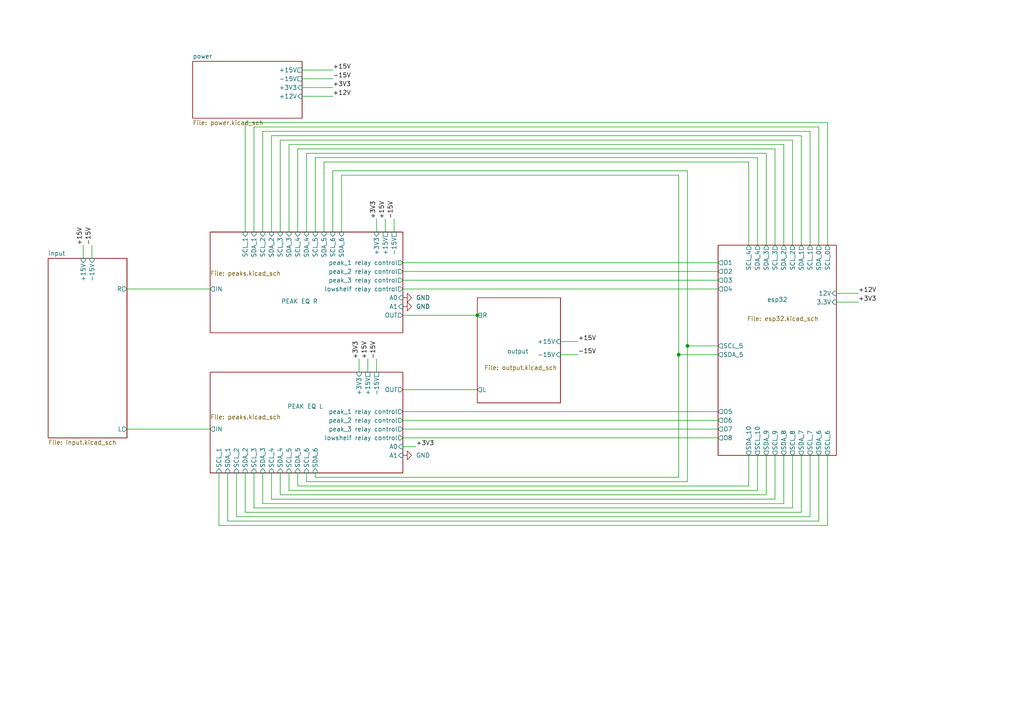
<source format=kicad_sch>
(kicad_sch (version 20250114) (generator "eeschema") (generator_version "9.0")
  (paper "A4")
  (lib_symbols
    (symbol "power:GND" (power) (pin_numbers (hide yes)) (pin_names (offset 0) (hide yes))
      (property "Value" "GND" (at 0 -3.81 0))
      (symbol "GND_0_1"
        (polyline (pts (xy 0 0) (xy 0 -1.27) (xy 1.27 -1.27) (xy 0 -2.54) (xy -1.27 -1.27) (xy 0 -1.27)))
      )
      (symbol "GND_1_1"
        (pin power_in line (at 0 0 270) (length 0) (name "~") (number "1"))
      )
    )
  )
  (junction (at 196.85 102.87))
  (junction (at 199.39 100.33))
  (junction (at 138.43 91.44))
  (wire (pts (xy 88.9 139.7) (xy 199.39 139.7)))
  (wire (pts (xy 88.9 137.16) (xy 88.9 139.7)))
  (wire (pts (xy 93.98 67.31) (xy 93.98 46.99)))
  (wire (pts (xy 91.44 137.16) (xy 91.44 138.43)))
  (wire (pts (xy 116.84 81.28) (xy 208.28 81.28)))
  (wire (pts (xy 87.63 20.32) (xy 96.52 20.32)))
  (wire (pts (xy 116.84 78.74) (xy 208.28 78.74)))
  (wire (pts (xy 109.22 104.14) (xy 109.22 107.95)))
  (wire (pts (xy 66.04 151.13) (xy 237.49 151.13)))
  (wire (pts (xy 199.39 100.33) (xy 199.39 49.53)))
  (wire (pts (xy 86.36 140.97) (xy 217.17 140.97)))
  (wire (pts (xy 162.56 99.06) (xy 167.64 99.06)))
  (wire (pts (xy 219.71 45.72) (xy 219.71 71.12)))
  (wire (pts (xy 68.58 137.16) (xy 68.58 149.86)))
  (wire (pts (xy 81.28 40.64) (xy 229.87 40.64)))
  (wire (pts (xy 86.36 43.18) (xy 224.79 43.18)))
  (wire (pts (xy 83.82 41.91) (xy 227.33 41.91)))
  (wire (pts (xy 116.84 76.2) (xy 208.28 76.2)))
  (wire (pts (xy 109.22 63.5) (xy 109.22 67.31)))
  (wire (pts (xy 91.44 67.31) (xy 91.44 45.72)))
  (wire (pts (xy 81.28 143.51) (xy 81.28 137.16)))
  (wire (pts (xy 81.28 67.31) (xy 81.28 40.64)))
  (wire (pts (xy 73.66 147.32) (xy 73.66 137.16)))
  (wire (pts (xy 73.66 67.31) (xy 73.66 36.83)))
  (wire (pts (xy 66.04 151.13) (xy 66.04 137.16)))
  (wire (pts (xy 222.25 143.51) (xy 222.25 132.08)))
  (wire (pts (xy 224.79 132.08) (xy 224.79 144.78)))
  (wire (pts (xy 88.9 44.45) (xy 222.25 44.45)))
  (wire (pts (xy 24.13 71.12) (xy 24.13 74.93)))
  (wire (pts (xy 217.17 46.99) (xy 217.17 71.12)))
  (wire (pts (xy 229.87 40.64) (xy 229.87 71.12)))
  (wire (pts (xy 240.03 152.4) (xy 240.03 132.08)))
  (wire (pts (xy 242.57 87.63) (xy 248.92 87.63)))
  (wire (pts (xy 76.2 146.05) (xy 76.2 137.16)))
  (wire (pts (xy 99.06 67.31) (xy 99.06 50.8)))
  (wire (pts (xy 83.82 142.24) (xy 219.71 142.24)))
  (wire (pts (xy 232.41 39.37) (xy 232.41 71.12)))
  (wire (pts (xy 96.52 49.53) (xy 199.39 49.53)))
  (wire (pts (xy 87.63 27.94) (xy 96.52 27.94)))
  (wire (pts (xy 93.98 46.99) (xy 217.17 46.99)))
  (wire (pts (xy 237.49 132.08) (xy 237.49 151.13)))
  (wire (pts (xy 87.63 22.86) (xy 96.52 22.86)))
  (wire (pts (xy 36.83 124.46) (xy 60.96 124.46)))
  (wire (pts (xy 83.82 67.31) (xy 83.82 41.91)))
  (wire (pts (xy 63.5 137.16) (xy 63.5 152.4)))
  (wire (pts (xy 78.74 39.37) (xy 232.41 39.37)))
  (wire (pts (xy 116.84 113.03) (xy 138.43 113.03)))
  (wire (pts (xy 208.28 100.33) (xy 199.39 100.33)))
  (wire (pts (xy 106.68 104.14) (xy 106.68 107.95)))
  (wire (pts (xy 36.83 83.82) (xy 60.96 83.82)))
  (wire (pts (xy 114.3 63.5) (xy 114.3 67.31)))
  (wire (pts (xy 116.84 119.38) (xy 208.28 119.38)))
  (wire (pts (xy 78.74 144.78) (xy 78.74 137.16)))
  (wire (pts (xy 227.33 146.05) (xy 227.33 132.08)))
  (wire (pts (xy 162.56 102.87) (xy 167.64 102.87)))
  (wire (pts (xy 196.85 138.43) (xy 196.85 102.87)))
  (wire (pts (xy 71.12 67.31) (xy 71.12 35.56)))
  (wire (pts (xy 227.33 41.91) (xy 227.33 71.12)))
  (wire (pts (xy 234.95 38.1) (xy 234.95 71.12)))
  (wire (pts (xy 116.84 91.44) (xy 138.43 91.44)))
  (wire (pts (xy 71.12 148.59) (xy 232.41 148.59)))
  (wire (pts (xy 91.44 45.72) (xy 219.71 45.72)))
  (wire (pts (xy 196.85 50.8) (xy 196.85 102.87)))
  (wire (pts (xy 96.52 67.31) (xy 96.52 49.53)))
  (wire (pts (xy 219.71 132.08) (xy 219.71 142.24)))
  (wire (pts (xy 116.84 127) (xy 208.28 127)))
  (wire (pts (xy 234.95 149.86) (xy 234.95 132.08)))
  (wire (pts (xy 71.12 148.59) (xy 71.12 137.16)))
  (wire (pts (xy 196.85 102.87) (xy 208.28 102.87)))
  (wire (pts (xy 83.82 142.24) (xy 83.82 137.16)))
  (wire (pts (xy 217.17 140.97) (xy 217.17 132.08)))
  (wire (pts (xy 111.76 63.5) (xy 111.76 67.31)))
  (wire (pts (xy 222.25 44.45) (xy 222.25 71.12)))
  (wire (pts (xy 91.44 138.43) (xy 196.85 138.43)))
  (wire (pts (xy 71.12 35.56) (xy 240.03 35.56)))
  (wire (pts (xy 116.84 83.82) (xy 208.28 83.82)))
  (wire (pts (xy 86.36 67.31) (xy 86.36 43.18)))
  (wire (pts (xy 73.66 36.83) (xy 237.49 36.83)))
  (wire (pts (xy 87.63 25.4) (xy 96.52 25.4)))
  (wire (pts (xy 138.43 91.44) (xy 139.7 91.44)))
  (wire (pts (xy 26.67 71.12) (xy 26.67 74.93)))
  (wire (pts (xy 242.57 85.09) (xy 248.92 85.09)))
  (wire (pts (xy 104.14 104.14) (xy 104.14 107.95)))
  (wire (pts (xy 78.74 67.31) (xy 78.74 39.37)))
  (wire (pts (xy 116.84 124.46) (xy 208.28 124.46)))
  (wire (pts (xy 63.5 152.4) (xy 240.03 152.4)))
  (wire (pts (xy 232.41 148.59) (xy 232.41 132.08)))
  (wire (pts (xy 224.79 43.18) (xy 224.79 71.12)))
  (wire (pts (xy 199.39 139.7) (xy 199.39 100.33)))
  (wire (pts (xy 116.84 121.92) (xy 208.28 121.92)))
  (wire (pts (xy 76.2 67.31) (xy 76.2 38.1)))
  (wire (pts (xy 76.2 146.05) (xy 227.33 146.05)))
  (wire (pts (xy 68.58 149.86) (xy 234.95 149.86)))
  (wire (pts (xy 76.2 38.1) (xy 234.95 38.1)))
  (wire (pts (xy 88.9 67.31) (xy 88.9 44.45)))
  (wire (pts (xy 86.36 137.16) (xy 86.36 140.97)))
  (wire (pts (xy 99.06 50.8) (xy 196.85 50.8)))
  (wire (pts (xy 237.49 36.83) (xy 237.49 71.12)))
  (wire (pts (xy 240.03 35.56) (xy 240.03 71.12)))
  (wire (pts (xy 73.66 147.32) (xy 229.87 147.32)))
  (wire (pts (xy 81.28 143.51) (xy 222.25 143.51)))
  (wire (pts (xy 78.74 144.78) (xy 224.79 144.78)))
  (wire (pts (xy 229.87 132.08) (xy 229.87 147.32)))
  (wire (pts (xy 120.65 129.54) (xy 116.84 129.54)))
  (label "+12V" (at 248.92 85.09 0))
  (label "+3V3" (at 120.65 129.54 0))
  (label "+3V3" (at 248.92 87.63 0))
  (label "+15V" (at 106.68 104.14 90))
  (label "+15V" (at 24.13 71.12 90))
  (label "+12V" (at 96.52 27.94 0))
  (label "+3V3" (at 96.52 25.4 0))
  (label "+15V" (at 96.52 20.32 0))
  (label "+3V3" (at 109.22 63.5 90))
  (label "-15V" (at 109.22 104.14 90))
  (label "-15V" (at 96.52 22.86 0))
  (label "-15V" (at 167.64 102.87 0))
  (label "-15V" (at 26.67 71.12 90))
  (label "-15V" (at 114.3 63.5 90))
  (label "+15V" (at 167.64 99.06 0))
  (label "+3V3" (at 104.14 104.14 90))
  (label "+15V" (at 111.76 63.5 90))
  (symbol (lib_id "power:GND") (at 116.84 88.9 90) (unit 1)
    (property "Reference" "#PWR0326" (effects (hide yes)))
    (property "Value" "GND" (at 120.65 88.8999 90) (effects (justify right)))
    (property "Description" "Power symbol creates a global label with name \"GND\" , ground" (effects (hide yes)))
  )
  (symbol (lib_id "power:GND") (at 116.84 86.36 90) (unit 1)
    (property "Reference" "#PWR0325" (effects (hide yes)))
    (property "Value" "GND" (at 120.65 86.3599 90) (effects (justify right)))
    (property "Description" "Power symbol creates a global label with name \"GND\" , ground" (effects (hide yes)))
  )
  (symbol (lib_id "power:GND") (at 116.84 132.08 90) (unit 1)
    (property "Reference" "#PWR0327" (effects (hide yes)))
    (property "Value" "GND" (at 120.65 132.0799 90) (effects (justify right)))
    (property "Description" "Power symbol creates a global label with name \"GND\" , ground" (effects (hide yes)))
  )
  (sheet (at 208.28 71.12) (size 34.29 60.96) (stroke (width 0.1524))
    (property "Sheetname" "esp32" (at 222.504 87.63 0) (effects (justify left bottom)))
    (property "Sheetfile" "esp32.kicad_sch" (at 216.662 91.694 0) (effects (justify left top)))
    (pin "SCL_0" output (at 240.03 71.12 90))
    (pin "SCL_1" output (at 234.95 71.12 90))
    (pin "SCL_2" output (at 229.87 71.12 90))
    (pin "SCL_3" output (at 224.79 71.12 90))
    (pin "SDA_0" output (at 237.49 71.12 90))
    (pin "SDA_1" output (at 232.41 71.12 90))
    (pin "SDA_2" output (at 227.33 71.12 90))
    (pin "SDA_3" output (at 222.25 71.12 90))
    (pin "3.3V" input (at 242.57 87.63 0))
    (pin "12V" input (at 242.57 85.09 0))
    (pin "O1" output (at 208.28 76.2 180))
    (pin "O2" output (at 208.28 78.74 180))
    (pin "O3" output (at 208.28 81.28 180))
    (pin "O4" output (at 208.28 83.82 180))
    (pin "O5" output (at 208.28 119.38 180))
    (pin "O6" output (at 208.28 121.92 180))
    (pin "O7" output (at 208.28 124.46 180))
    (pin "O8" output (at 208.28 127 180))
    (pin "SCL_4" output (at 217.17 71.12 90))
    (pin "SCL_5" output (at 208.28 100.33 180))
    (pin "SCL_6" output (at 240.03 132.08 270))
    (pin "SCL_7" output (at 234.95 132.08 270))
    (pin "SCL_8" output (at 229.87 132.08 270))
    (pin "SCL_9" output (at 224.79 132.08 270))
    (pin "SCL_10" output (at 219.71 132.08 270))
    (pin "SDA_4" output (at 219.71 71.12 90))
    (pin "SDA_5" output (at 208.28 102.87 180))
    (pin "SDA_6" output (at 237.49 132.08 270))
    (pin "SDA_7" output (at 232.41 132.08 270))
    (pin "SDA_8" output (at 227.33 132.08 270))
    (pin "SDA_9" output (at 222.25 132.08 270))
    (pin "SDA_10" output (at 217.17 132.08 270))
  )
  (sheet (at 60.96 67.31) (size 55.88 29.21) (stroke (width 0.1524))
    (property "Sheetname" "PEAK EQ R" (at 81.534 88.138 0) (effects (justify left bottom)))
    (property "Sheetfile" "peaks.kicad_sch" (at 60.96 78.5626 0) (effects (justify left top)))
    (pin "+15V" passive (at 111.76 67.31 90))
    (pin "-15V" passive (at 114.3 67.31 90))
    (pin "IN" output (at 60.96 83.82 180))
    (pin "OUT" output (at 116.84 91.44 0))
    (pin "lowshelf relay control" output (at 116.84 83.82 0))
    (pin "peak_1 relay control" output (at 116.84 76.2 0))
    (pin "peak_2 relay control" output (at 116.84 78.74 0))
    (pin "peak_3 relay control" output (at 116.84 81.28 0))
    (pin "+3V3" input (at 109.22 67.31 90))
    (pin "SCL_1" input (at 71.12 67.31 90))
    (pin "SCL_2" input (at 76.2 67.31 90))
    (pin "SDA_1" input (at 73.66 67.31 90))
    (pin "SDA_2" input (at 78.74 67.31 90))
    (pin "SCL_3" input (at 81.28 67.31 90))
    (pin "SCL_4" input (at 86.36 67.31 90))
    (pin "SDA_3" input (at 83.82 67.31 90))
    (pin "SDA_4" input (at 88.9 67.31 90))
    (pin "SCL_5" input (at 91.44 67.31 90))
    (pin "SDA_5" input (at 93.98 67.31 90))
    (pin "SCL_6" input (at 96.52 67.31 90))
    (pin "SDA_6" input (at 99.06 67.31 90))
    (pin "A0" input (at 116.84 86.36 0))
    (pin "A1" input (at 116.84 88.9 0))
  )
  (sheet (at 138.43 86.36) (size 24.13 30.48) (stroke (width 0.1524))
    (property "Sheetname" "output" (at 147.066 102.616 0) (effects (justify left bottom)))
    (property "Sheetfile" "output.kicad_sch" (at 140.462 105.918 0) (effects (justify left top)))
    (pin "L" output (at 138.43 113.03 180))
    (pin "R" output (at 138.43 91.44 180))
    (pin "+15V" input (at 162.56 99.06 0))
    (pin "-15V" input (at 162.56 102.87 0))
  )
  (sheet (at 60.96 107.95) (size 55.88 29.21) (stroke (width 0.1524))
    (property "Sheetname" "PEAK EQ L" (at 83.312 118.618 0) (effects (justify left bottom)))
    (property "Sheetfile" "peaks.kicad_sch" (at 60.96 120.2186 0) (effects (justify left top)))
    (pin "+15V" passive (at 106.68 107.95 90))
    (pin "-15V" passive (at 109.22 107.95 90))
    (pin "IN" output (at 60.96 124.46 180))
    (pin "OUT" output (at 116.84 113.03 0))
    (pin "lowshelf relay control" output (at 116.84 127 0))
    (pin "peak_1 relay control" output (at 116.84 119.38 0))
    (pin "peak_2 relay control" output (at 116.84 121.92 0))
    (pin "peak_3 relay control" output (at 116.84 124.46 0))
    (pin "+3V3" input (at 104.14 107.95 90))
    (pin "SCL_1" input (at 63.5 137.16 270))
    (pin "SCL_2" input (at 68.58 137.16 270))
    (pin "SDA_1" input (at 66.04 137.16 270))
    (pin "SDA_2" input (at 71.12 137.16 270))
    (pin "SCL_3" input (at 73.66 137.16 270))
    (pin "SCL_4" input (at 78.74 137.16 270))
    (pin "SDA_3" input (at 76.2 137.16 270))
    (pin "SDA_4" input (at 81.28 137.16 270))
    (pin "SCL_5" input (at 83.82 137.16 270))
    (pin "SCL_6" input (at 88.9 137.16 270))
    (pin "SDA_5" input (at 86.36 137.16 270))
    (pin "SDA_6" input (at 91.44 137.16 270))
    (pin "A0" input (at 116.84 129.54 0))
    (pin "A1" input (at 116.84 132.08 0))
  )
  (sheet (at 55.88 17.78) (size 31.75 16.51) (stroke (width 0.1524))
    (property "Sheetname" "power" (at 55.88 17.0684 0) (effects (justify left bottom)))
    (property "Sheetfile" "power.kicad_sch" (at 55.88 34.8746 0) (effects (justify left top)))
    (pin "+15V" passive (at 87.63 20.32 0))
    (pin "-15V" passive (at 87.63 22.86 0))
    (pin "+3V3" input (at 87.63 25.4 0))
    (pin "+12V" input (at 87.63 27.94 0))
  )
  (sheet (at 13.97 74.93) (size 22.86 52.07) (stroke (width 0.1524))
    (property "Sheetname" "input" (at 13.97 74.2184 0) (effects (justify left bottom)))
    (property "Sheetfile" "input.kicad_sch" (at 13.97 127.5846 0) (effects (justify left top)))
    (pin "L" output (at 36.83 124.46 0))
    (pin "R" output (at 36.83 83.82 0))
    (pin "+15V" input (at 24.13 74.93 90))
    (pin "-15V" input (at 26.67 74.93 90))
  )
)
</source>
